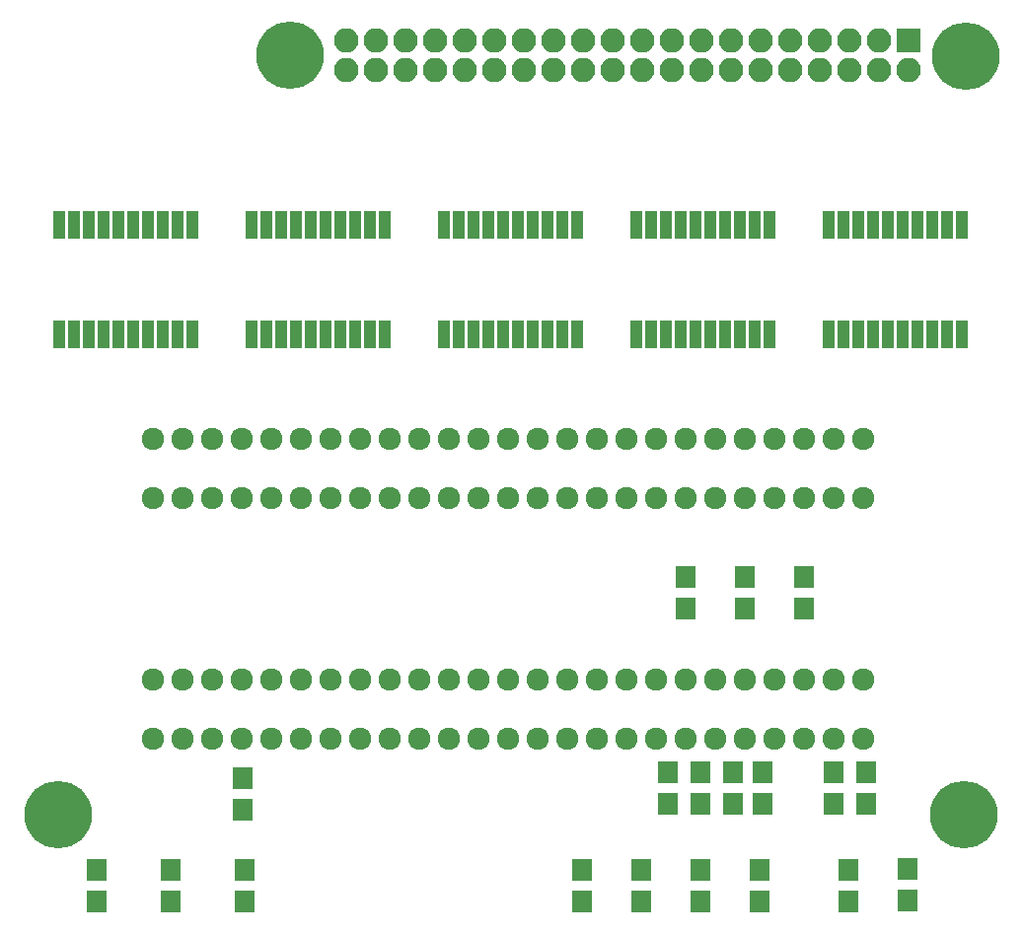
<source format=gbr>
G04 #@! TF.FileFunction,Soldermask,Bot*
%FSLAX46Y46*%
G04 Gerber Fmt 4.6, Leading zero omitted, Abs format (unit mm)*
G04 Created by KiCad (PCBNEW 4.0.7) date 01/21/18 21:40:20*
%MOMM*%
%LPD*%
G01*
G04 APERTURE LIST*
%ADD10C,0.100000*%
%ADD11C,5.800000*%
%ADD12C,1.924000*%
%ADD13R,1.700000X1.900000*%
%ADD14R,1.000000X2.350000*%
%ADD15R,2.100000X2.100000*%
%ADD16O,2.100000X2.100000*%
G04 APERTURE END LIST*
D10*
D11*
X210312000Y-122174000D03*
X132588000Y-122174000D03*
X152459000Y-56992500D03*
D12*
X201676000Y-110561000D03*
X201676000Y-115641000D03*
X199136000Y-110561000D03*
X199136000Y-115641000D03*
X196596000Y-110561000D03*
X196596000Y-115641000D03*
X194056000Y-110561000D03*
X194056000Y-115641000D03*
X191516000Y-110561000D03*
X191516000Y-115641000D03*
X188976000Y-110561000D03*
X188976000Y-115641000D03*
X186436000Y-110561000D03*
X186436000Y-115641000D03*
X183896000Y-110561000D03*
X183896000Y-115641000D03*
X181356000Y-110561000D03*
X181356000Y-115641000D03*
X178816000Y-110561000D03*
X178816000Y-115641000D03*
X176276000Y-110561000D03*
X176276000Y-115641000D03*
X173736000Y-110561000D03*
X173736000Y-115641000D03*
X171196000Y-110561000D03*
X171196000Y-115641000D03*
X168656000Y-110561000D03*
X168656000Y-115641000D03*
X166116000Y-110561000D03*
X166116000Y-115641000D03*
X163576000Y-110561000D03*
X163576000Y-115641000D03*
X161036000Y-110561000D03*
X161036000Y-115641000D03*
X158496000Y-110561000D03*
X158496000Y-115641000D03*
X155956000Y-110561000D03*
X155956000Y-115641000D03*
X153416000Y-110561000D03*
X153416000Y-115641000D03*
X150876000Y-110561000D03*
X150876000Y-115641000D03*
X148336000Y-110561000D03*
X148336000Y-115641000D03*
X145796000Y-110561000D03*
X145796000Y-115641000D03*
X143256000Y-110561000D03*
X143256000Y-115641000D03*
X140716000Y-110561000D03*
X140716000Y-115641000D03*
X201676000Y-89916000D03*
X201676000Y-94996000D03*
X199136000Y-89916000D03*
X199136000Y-94996000D03*
X196596000Y-89916000D03*
X196596000Y-94996000D03*
X194056000Y-89916000D03*
X194056000Y-94996000D03*
X191516000Y-89916000D03*
X191516000Y-94996000D03*
X188976000Y-89916000D03*
X188976000Y-94996000D03*
X186436000Y-89916000D03*
X186436000Y-94996000D03*
X183896000Y-89916000D03*
X183896000Y-94996000D03*
X181356000Y-89916000D03*
X181356000Y-94996000D03*
X178816000Y-89916000D03*
X178816000Y-94996000D03*
X176276000Y-89916000D03*
X176276000Y-94996000D03*
X173736000Y-89916000D03*
X173736000Y-94996000D03*
X171196000Y-89916000D03*
X171196000Y-94996000D03*
X168656000Y-89916000D03*
X168656000Y-94996000D03*
X166116000Y-89916000D03*
X166116000Y-94996000D03*
X163576000Y-89916000D03*
X163576000Y-94996000D03*
X161036000Y-89916000D03*
X161036000Y-94996000D03*
X158496000Y-89916000D03*
X158496000Y-94996000D03*
X155956000Y-89916000D03*
X155956000Y-94996000D03*
X153416000Y-89916000D03*
X153416000Y-94996000D03*
X150876000Y-89916000D03*
X150876000Y-94996000D03*
X148336000Y-89916000D03*
X148336000Y-94996000D03*
X145796000Y-89916000D03*
X145796000Y-94996000D03*
X143256000Y-89916000D03*
X143256000Y-94996000D03*
X140716000Y-89916000D03*
X140716000Y-94996000D03*
D13*
X205486000Y-129540000D03*
X205486000Y-126840000D03*
X200406000Y-129620000D03*
X200406000Y-126920000D03*
X192786000Y-129620000D03*
X192786000Y-126920000D03*
X187706000Y-129620000D03*
X187706000Y-126920000D03*
X182626000Y-129620000D03*
X182626000Y-126920000D03*
X177546000Y-129620000D03*
X177546000Y-126920000D03*
X148590000Y-129620000D03*
X148590000Y-126920000D03*
X142240000Y-129620000D03*
X142240000Y-126920000D03*
X135890000Y-129620000D03*
X135890000Y-126920000D03*
X148463000Y-121746000D03*
X148463000Y-119046000D03*
X196596000Y-104474000D03*
X196596000Y-101774000D03*
D11*
X210483000Y-57023000D03*
D14*
X177165000Y-80900000D03*
X175895000Y-80900000D03*
X174625000Y-80900000D03*
X173355000Y-80900000D03*
X172085000Y-80900000D03*
X170815000Y-80900000D03*
X169545000Y-80900000D03*
X168275000Y-80900000D03*
X167005000Y-80900000D03*
X165735000Y-80900000D03*
X165735000Y-71500000D03*
X167005000Y-71500000D03*
X168275000Y-71500000D03*
X169545000Y-71500000D03*
X170815000Y-71500000D03*
X172085000Y-71500000D03*
X173355000Y-71500000D03*
X174625000Y-71500000D03*
X175895000Y-71500000D03*
X177165000Y-71500000D03*
X160655000Y-80900000D03*
X159385000Y-80900000D03*
X158115000Y-80900000D03*
X156845000Y-80900000D03*
X155575000Y-80900000D03*
X154305000Y-80900000D03*
X153035000Y-80900000D03*
X151765000Y-80900000D03*
X150495000Y-80900000D03*
X149225000Y-80900000D03*
X149225000Y-71500000D03*
X150495000Y-71500000D03*
X151765000Y-71500000D03*
X153035000Y-71500000D03*
X154305000Y-71500000D03*
X155575000Y-71500000D03*
X156845000Y-71500000D03*
X158115000Y-71500000D03*
X159385000Y-71500000D03*
X160655000Y-71500000D03*
X198755000Y-71500000D03*
X200025000Y-71500000D03*
X201295000Y-71500000D03*
X202565000Y-71500000D03*
X203835000Y-71500000D03*
X205105000Y-71500000D03*
X206375000Y-71500000D03*
X207645000Y-71500000D03*
X208915000Y-71500000D03*
X210185000Y-71500000D03*
X210185000Y-80900000D03*
X208915000Y-80900000D03*
X207645000Y-80900000D03*
X206375000Y-80900000D03*
X205105000Y-80900000D03*
X203835000Y-80900000D03*
X202565000Y-80900000D03*
X201295000Y-80900000D03*
X200025000Y-80900000D03*
X198755000Y-80900000D03*
X182245000Y-71500000D03*
X183515000Y-71500000D03*
X184785000Y-71500000D03*
X186055000Y-71500000D03*
X187325000Y-71500000D03*
X188595000Y-71500000D03*
X189865000Y-71500000D03*
X191135000Y-71500000D03*
X192405000Y-71500000D03*
X193675000Y-71500000D03*
X193675000Y-80900000D03*
X192405000Y-80900000D03*
X191135000Y-80900000D03*
X189865000Y-80900000D03*
X188595000Y-80900000D03*
X187325000Y-80900000D03*
X186055000Y-80900000D03*
X184785000Y-80900000D03*
X183515000Y-80900000D03*
X182245000Y-80900000D03*
X132715000Y-71500000D03*
X133985000Y-71500000D03*
X135255000Y-71500000D03*
X136525000Y-71500000D03*
X137795000Y-71500000D03*
X139065000Y-71500000D03*
X140335000Y-71500000D03*
X141605000Y-71500000D03*
X142875000Y-71500000D03*
X144145000Y-71500000D03*
X144145000Y-80900000D03*
X142875000Y-80900000D03*
X141605000Y-80900000D03*
X140335000Y-80900000D03*
X139065000Y-80900000D03*
X137795000Y-80900000D03*
X136525000Y-80900000D03*
X135255000Y-80900000D03*
X133985000Y-80900000D03*
X132715000Y-80900000D03*
D13*
X191516000Y-104474000D03*
X191516000Y-101774000D03*
X186436000Y-101774000D03*
X186436000Y-104474000D03*
D15*
X205572000Y-55727600D03*
D16*
X205572000Y-58267600D03*
X203032000Y-55727600D03*
X203032000Y-58267600D03*
X200492000Y-55727600D03*
X200492000Y-58267600D03*
X197952000Y-55727600D03*
X197952000Y-58267600D03*
X195412000Y-55727600D03*
X195412000Y-58267600D03*
X192872000Y-55727600D03*
X192872000Y-58267600D03*
X190332000Y-55727600D03*
X190332000Y-58267600D03*
X187792000Y-55727600D03*
X187792000Y-58267600D03*
X185252000Y-55727600D03*
X185252000Y-58267600D03*
X182712000Y-55727600D03*
X182712000Y-58267600D03*
X180172000Y-55727600D03*
X180172000Y-58267600D03*
X177632000Y-55727600D03*
X177632000Y-58267600D03*
X175092000Y-55727600D03*
X175092000Y-58267600D03*
X172552000Y-55727600D03*
X172552000Y-58267600D03*
X170012000Y-55727600D03*
X170012000Y-58267600D03*
X167472000Y-55727600D03*
X167472000Y-58267600D03*
X164932000Y-55727600D03*
X164932000Y-58267600D03*
X162392000Y-55727600D03*
X162392000Y-58267600D03*
X159852000Y-55727600D03*
X159852000Y-58267600D03*
X157312000Y-55727600D03*
X157312000Y-58267600D03*
D13*
X187706000Y-121238000D03*
X187706000Y-118538000D03*
X193040000Y-121238000D03*
X193040000Y-118538000D03*
X190500000Y-121238000D03*
X190500000Y-118538000D03*
X184912000Y-121238000D03*
X184912000Y-118538000D03*
X201930000Y-121238000D03*
X201930000Y-118538000D03*
X199136000Y-121238000D03*
X199136000Y-118538000D03*
M02*

</source>
